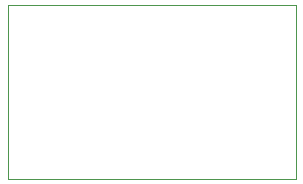
<source format=gbr>
G04 #@! TF.GenerationSoftware,KiCad,Pcbnew,5.1.2-1.fc30*
G04 #@! TF.CreationDate,2019-06-07T00:12:30+03:00*
G04 #@! TF.ProjectId,kicad_spi_nor_opi,6b696361-645f-4737-9069-5f6e6f725f6f,rev?*
G04 #@! TF.SameCoordinates,Original*
G04 #@! TF.FileFunction,Profile,NP*
%FSLAX46Y46*%
G04 Gerber Fmt 4.6, Leading zero omitted, Abs format (unit mm)*
G04 Created by KiCad (PCBNEW 5.1.2-1.fc30) date 2019-06-07 00:12:30*
%MOMM*%
%LPD*%
G04 APERTURE LIST*
%ADD10C,0.100000*%
G04 APERTURE END LIST*
D10*
X94996000Y-104648000D02*
X76708000Y-104648000D01*
X101092000Y-104648000D02*
X94996000Y-104648000D01*
X101092000Y-119380000D02*
X101092000Y-104648000D01*
X76708000Y-119380000D02*
X101092000Y-119380000D01*
X76708000Y-104648000D02*
X76708000Y-119380000D01*
M02*

</source>
